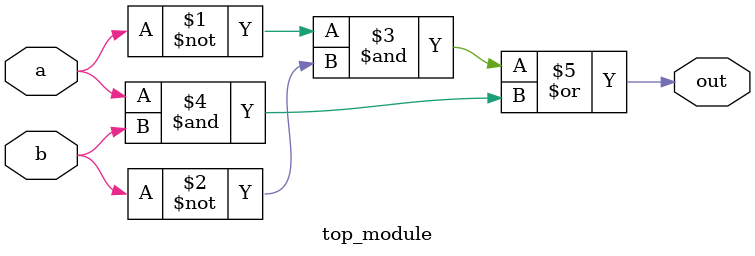
<source format=v>

module top_module (
    input a, b,
    output out
);
    

    assign out = (~a & ~b) | (a & b);


endmodule
</source>
